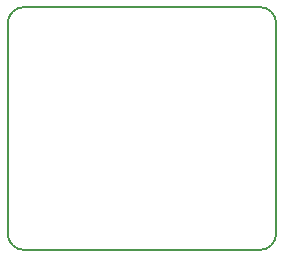
<source format=gm1>
G04 #@! TF.FileFunction,Profile,NP*
%FSLAX46Y46*%
G04 Gerber Fmt 4.6, Leading zero omitted, Abs format (unit mm)*
G04 Created by KiCad (PCBNEW 4.0.7) date 08/19/18 18:09:51*
%MOMM*%
%LPD*%
G01*
G04 APERTURE LIST*
%ADD10C,0.100000*%
%ADD11C,0.150000*%
G04 APERTURE END LIST*
D10*
D11*
X147701000Y-98044000D02*
X147701000Y-115824000D01*
X169037000Y-96647000D02*
X149098000Y-96647000D01*
X170434000Y-115824000D02*
X170434000Y-98044000D01*
X149098000Y-117221000D02*
X169037000Y-117221000D01*
X147701000Y-115824000D02*
G75*
G03X149098000Y-117221000I1397000J0D01*
G01*
X149098000Y-96647000D02*
G75*
G03X147701000Y-98044000I0J-1397000D01*
G01*
X170434000Y-98044000D02*
G75*
G03X169037000Y-96647000I-1397000J0D01*
G01*
X169037000Y-117221000D02*
G75*
G03X170434000Y-115824000I0J1397000D01*
G01*
M02*

</source>
